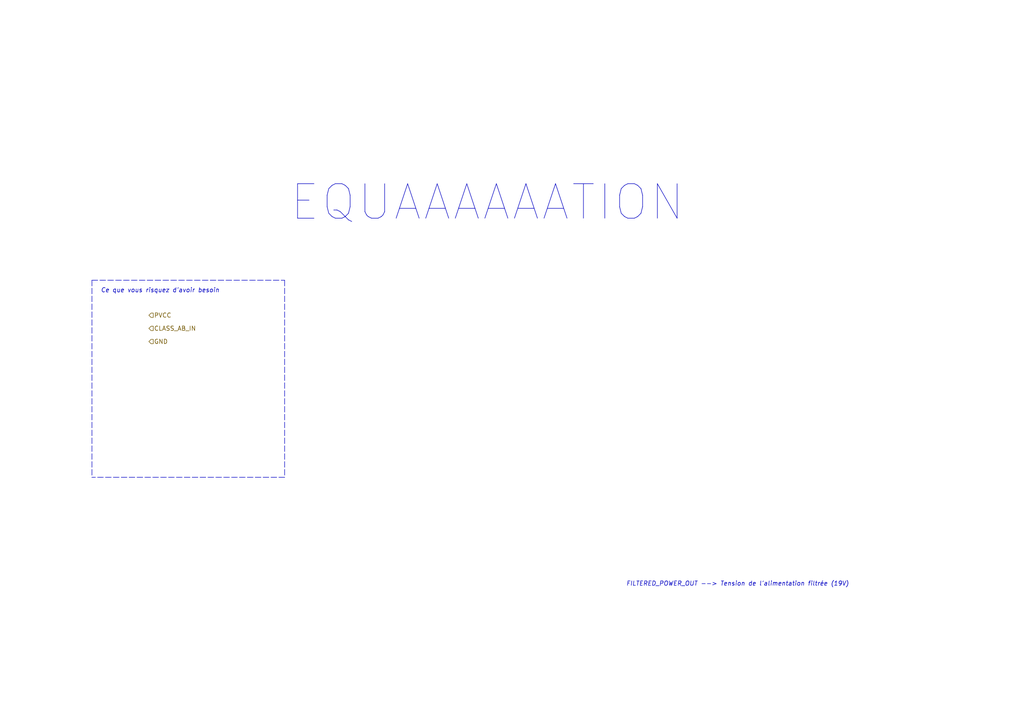
<source format=kicad_sch>
(kicad_sch (version 20211123) (generator eeschema)

  (uuid c3b3d7f4-943f-4cff-b180-87ef3e1bcbff)

  (paper "A4")

  (lib_symbols
  )


  (polyline (pts (xy 26.67 81.28) (xy 26.67 138.43))
    (stroke (width 0) (type default) (color 0 0 0 0))
    (uuid 0f745a06-9ba5-4977-8fcd-a75599824aab)
  )
  (polyline (pts (xy 82.55 138.43) (xy 26.67 138.43))
    (stroke (width 0) (type default) (color 0 0 0 0))
    (uuid 289a2156-4242-4703-8ce8-68bbaf254e8d)
  )
  (polyline (pts (xy 82.55 81.28) (xy 82.55 138.43))
    (stroke (width 0) (type default) (color 0 0 0 0))
    (uuid b47fdf8b-a2d5-40fc-8b99-929b54a929d0)
  )
  (polyline (pts (xy 26.67 81.28) (xy 82.55 81.28))
    (stroke (width 0) (type default) (color 0 0 0 0))
    (uuid e58d7a97-31eb-43f2-b2f4-81178dad9baa)
  )

  (text "Ce que vous risquez d'avoir besoin" (at 29.21 85.09 0)
    (effects (font (size 1.27 1.27) italic) (justify left bottom))
    (uuid 645c57b4-29a3-47b3-b958-b7ac0ec55204)
  )
  (text "FILTERED_POWER_OUT --> Tension de l'alimentation filtrée (19V)"
    (at 181.61 170.18 0)
    (effects (font (size 1.27 1.27) italic) (justify left bottom))
    (uuid 7d76d925-f900-42af-a03f-bb32d2381b09)
  )
  (text "EQUAAAAAATION" (at 83.82 64.77 0)
    (effects (font (size 10.0076 10.0076)) (justify left bottom))
    (uuid f64497d1-1d62-44a4-8e5e-6fba4ebc969a)
  )

  (hierarchical_label "PVCC" (shape input) (at 43.18 91.44 0)
    (effects (font (size 1.27 1.27)) (justify left))
    (uuid 44a74dfa-011e-479f-9c6e-240f1470accf)
  )
  (hierarchical_label "CLASS_AB_IN" (shape input) (at 43.18 95.25 0)
    (effects (font (size 1.27 1.27)) (justify left))
    (uuid 4cb07aab-c6fd-4278-8889-c42fddee27f3)
  )
  (hierarchical_label "GND" (shape input) (at 43.18 99.06 0)
    (effects (font (size 1.27 1.27)) (justify left))
    (uuid 9e71503d-2b74-4b26-9197-fdfa5de11c17)
  )
)

</source>
